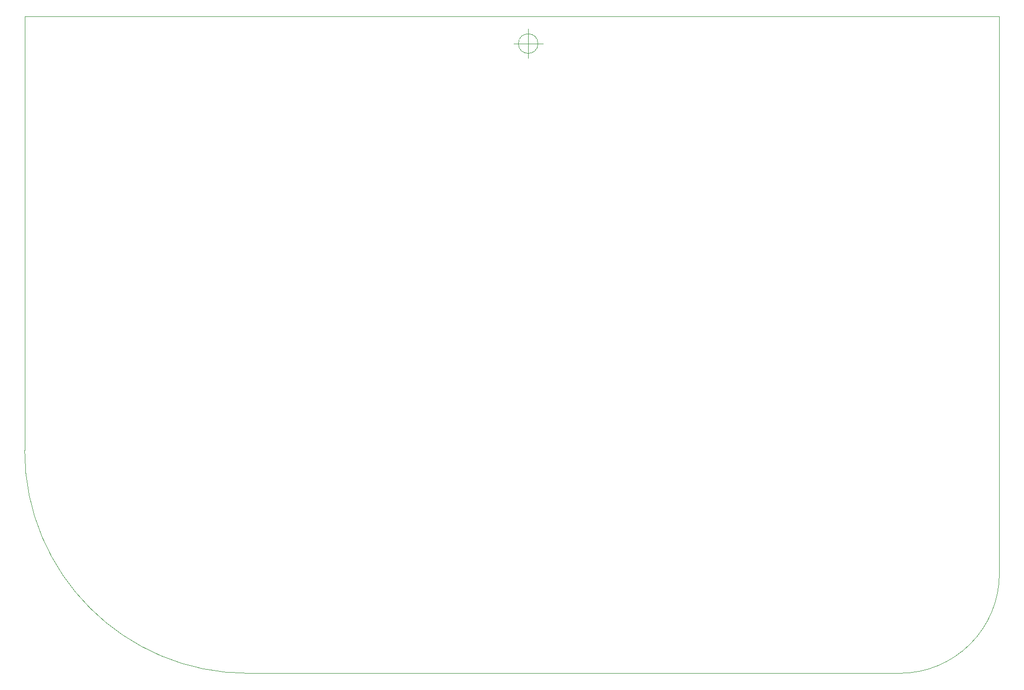
<source format=gbr>
%TF.GenerationSoftware,KiCad,Pcbnew,(6.0.6-0)*%
%TF.CreationDate,2023-01-06T16:27:02+00:00*%
%TF.ProjectId,MacSplit60,4d616353-706c-4697-9436-302e6b696361,rev?*%
%TF.SameCoordinates,Original*%
%TF.FileFunction,Profile,NP*%
%FSLAX46Y46*%
G04 Gerber Fmt 4.6, Leading zero omitted, Abs format (unit mm)*
G04 Created by KiCad (PCBNEW (6.0.6-0)) date 2023-01-06 16:27:02*
%MOMM*%
%LPD*%
G01*
G04 APERTURE LIST*
%TA.AperFunction,Profile*%
%ADD10C,0.100000*%
%TD*%
G04 APERTURE END LIST*
D10*
X235600000Y-147000000D02*
G75*
G03*
X252600000Y-130000000I0J17000000D01*
G01*
X86500000Y-35000000D02*
X86500000Y-109000000D01*
X252600000Y-130000000D02*
X252600000Y-35000000D01*
X124500000Y-147000000D02*
X235600000Y-147000000D01*
X252600000Y-35000000D02*
X86500000Y-35000000D01*
X86500000Y-109000000D02*
G75*
G03*
X124500000Y-147000000I38000000J0D01*
G01*
X173966666Y-39600000D02*
G75*
G03*
X173966666Y-39600000I-1666666J0D01*
G01*
X169800000Y-39600000D02*
X174800000Y-39600000D01*
X172300000Y-37100000D02*
X172300000Y-42100000D01*
M02*

</source>
